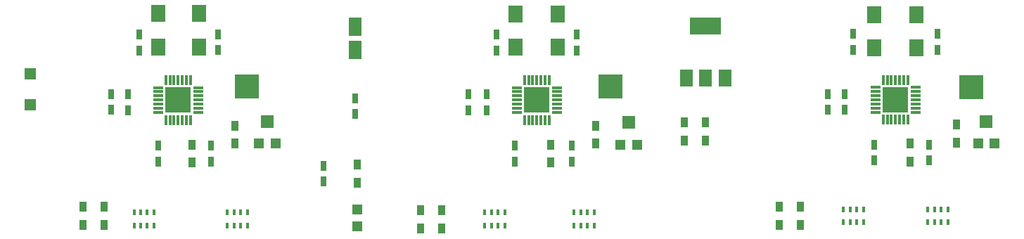
<source format=gtp>
G04 #@! TF.FileFunction,Paste,Top*
%FSLAX46Y46*%
G04 Gerber Fmt 4.6, Leading zero omitted, Abs format (unit mm)*
G04 Created by KiCad (PCBNEW (2015-01-16 BZR 5376)-product) date 2/20/2015 2:24:23 PM*
%MOMM*%
G01*
G04 APERTURE LIST*
%ADD10C,0.100000*%
%ADD11R,1.500000X2.200000*%
%ADD12R,0.750000X1.200000*%
%ADD13R,0.900000X1.200000*%
%ADD14R,1.700000X2.000000*%
%ADD15R,0.400000X0.800000*%
%ADD16R,2.999740X2.999740*%
%ADD17R,3.800000X2.000000*%
%ADD18R,1.500000X2.000000*%
%ADD19R,1.600000X1.500000*%
%ADD20R,1.200000X1.200000*%
%ADD21R,3.150000X3.150000*%
%ADD22R,1.150000X0.300000*%
%ADD23R,0.300000X1.150000*%
%ADD24R,1.470000X1.370000*%
G04 APERTURE END LIST*
D10*
D11*
X122936000Y-61298000D03*
X122936000Y-58498000D03*
D12*
X139954000Y-59451200D03*
X139954000Y-61351200D03*
X192024000Y-74610000D03*
X192024000Y-72710000D03*
X119126000Y-75250000D03*
X119126000Y-77150000D03*
X105537000Y-72837000D03*
X105537000Y-74737000D03*
X148945600Y-72837000D03*
X148945600Y-74737000D03*
X95554800Y-66639400D03*
X95554800Y-68539400D03*
X138734800Y-66639400D03*
X138734800Y-68539400D03*
X181864000Y-66614000D03*
X181864000Y-68514000D03*
X93522800Y-66614000D03*
X93522800Y-68514000D03*
X136525000Y-66639400D03*
X136525000Y-68539400D03*
X179832000Y-66614000D03*
X179832000Y-68514000D03*
X99187000Y-74737000D03*
X99187000Y-72837000D03*
X142163800Y-74737000D03*
X142163800Y-72837000D03*
X185420000Y-74610000D03*
X185420000Y-72710000D03*
D13*
X165100000Y-70020000D03*
X165100000Y-72220000D03*
X123190000Y-77300000D03*
X123190000Y-75100000D03*
X162560000Y-72220000D03*
X162560000Y-70020000D03*
X92710000Y-82380000D03*
X92710000Y-80180000D03*
X90170000Y-82380000D03*
X90170000Y-80180000D03*
X133350000Y-82786400D03*
X133350000Y-80586400D03*
X130810000Y-82786400D03*
X130810000Y-80586400D03*
X176530000Y-82380000D03*
X176530000Y-80180000D03*
X173990000Y-82380000D03*
X173990000Y-80180000D03*
D14*
X104140000Y-56928000D03*
X104140000Y-60928000D03*
X147320000Y-56953400D03*
X147320000Y-60953400D03*
X190500000Y-57055000D03*
X190500000Y-61055000D03*
X99187000Y-56928000D03*
X99187000Y-60928000D03*
X142240000Y-56953400D03*
X142240000Y-60953400D03*
X185420000Y-57055000D03*
X185420000Y-61055000D03*
D13*
X103251000Y-74887000D03*
X103251000Y-72687000D03*
X146456400Y-74887000D03*
X146456400Y-72687000D03*
X189738000Y-74760000D03*
X189738000Y-72560000D03*
X108458000Y-72601000D03*
X108458000Y-70401000D03*
X151892000Y-72601000D03*
X151892000Y-70401000D03*
X195326000Y-72474000D03*
X195326000Y-70274000D03*
D15*
X107537400Y-82486400D03*
X108337400Y-82486400D03*
X109137400Y-82486400D03*
X109937400Y-82486400D03*
X109937400Y-80886400D03*
X109137400Y-80886400D03*
X108337400Y-80886400D03*
X107537400Y-80886400D03*
X149269600Y-82486400D03*
X150069600Y-82486400D03*
X150869600Y-82486400D03*
X151669600Y-82486400D03*
X151669600Y-80886400D03*
X150869600Y-80886400D03*
X150069600Y-80886400D03*
X149269600Y-80886400D03*
X191840000Y-82080000D03*
X192640000Y-82080000D03*
X193440000Y-82080000D03*
X194240000Y-82080000D03*
X194240000Y-80480000D03*
X193440000Y-80480000D03*
X192640000Y-80480000D03*
X191840000Y-80480000D03*
X98685200Y-80886400D03*
X97885200Y-80886400D03*
X97085200Y-80886400D03*
X96285200Y-80886400D03*
X96285200Y-82486400D03*
X97085200Y-82486400D03*
X97885200Y-82486400D03*
X98685200Y-82486400D03*
X140925400Y-80886400D03*
X140125400Y-80886400D03*
X139325400Y-80886400D03*
X138525400Y-80886400D03*
X138525400Y-82486400D03*
X139325400Y-82486400D03*
X140125400Y-82486400D03*
X140925400Y-82486400D03*
X184080000Y-80480000D03*
X183280000Y-80480000D03*
X182480000Y-80480000D03*
X181680000Y-80480000D03*
X181680000Y-82080000D03*
X182480000Y-82080000D03*
X183280000Y-82080000D03*
X184080000Y-82080000D03*
D16*
X109880400Y-65659000D03*
X153619200Y-65709800D03*
X197104000Y-65786000D03*
D17*
X165100000Y-58420000D03*
D18*
X162800000Y-64720000D03*
X165100000Y-64720000D03*
X167400000Y-64720000D03*
D19*
X112318800Y-69924000D03*
D20*
X113318800Y-72574000D03*
X111318800Y-72574000D03*
D19*
X155829000Y-70051000D03*
D20*
X156829000Y-72701000D03*
X154829000Y-72701000D03*
D19*
X198882000Y-69924000D03*
D20*
X199882000Y-72574000D03*
X197882000Y-72574000D03*
X123190000Y-80484000D03*
X123190000Y-82584000D03*
D21*
X187960000Y-67310000D03*
D22*
X185560000Y-65810000D03*
X185560000Y-66310000D03*
X185560000Y-66810000D03*
X185560000Y-67310000D03*
X185560000Y-67810000D03*
X185560000Y-68310000D03*
X185560000Y-68810000D03*
X190360000Y-68810000D03*
X190360000Y-68310000D03*
X190360000Y-67810000D03*
X190360000Y-67310000D03*
X190360000Y-66810000D03*
X190360000Y-66310000D03*
X190360000Y-65810000D03*
D23*
X186460000Y-69710000D03*
X186960000Y-69710000D03*
X187460000Y-69710000D03*
X187960000Y-69710000D03*
X188460000Y-69710000D03*
X188960000Y-69710000D03*
X189460000Y-69710000D03*
X189460000Y-64910000D03*
X188960000Y-64910000D03*
X188460000Y-64910000D03*
X187960000Y-64910000D03*
X187460000Y-64910000D03*
X186960000Y-64910000D03*
X186460000Y-64910000D03*
D21*
X144780000Y-67335400D03*
D22*
X142380000Y-65835400D03*
X142380000Y-66335400D03*
X142380000Y-66835400D03*
X142380000Y-67335400D03*
X142380000Y-67835400D03*
X142380000Y-68335400D03*
X142380000Y-68835400D03*
X147180000Y-68835400D03*
X147180000Y-68335400D03*
X147180000Y-67835400D03*
X147180000Y-67335400D03*
X147180000Y-66835400D03*
X147180000Y-66335400D03*
X147180000Y-65835400D03*
D23*
X143280000Y-69735400D03*
X143780000Y-69735400D03*
X144280000Y-69735400D03*
X144780000Y-69735400D03*
X145280000Y-69735400D03*
X145780000Y-69735400D03*
X146280000Y-69735400D03*
X146280000Y-64935400D03*
X145780000Y-64935400D03*
X145280000Y-64935400D03*
X144780000Y-64935400D03*
X144280000Y-64935400D03*
X143780000Y-64935400D03*
X143280000Y-64935400D03*
D21*
X101600000Y-67335400D03*
D22*
X99200000Y-65835400D03*
X99200000Y-66335400D03*
X99200000Y-66835400D03*
X99200000Y-67335400D03*
X99200000Y-67835400D03*
X99200000Y-68335400D03*
X99200000Y-68835400D03*
X104000000Y-68835400D03*
X104000000Y-68335400D03*
X104000000Y-67835400D03*
X104000000Y-67335400D03*
X104000000Y-66835400D03*
X104000000Y-66335400D03*
X104000000Y-65835400D03*
D23*
X100100000Y-69735400D03*
X100600000Y-69735400D03*
X101100000Y-69735400D03*
X101600000Y-69735400D03*
X102100000Y-69735400D03*
X102600000Y-69735400D03*
X103100000Y-69735400D03*
X103100000Y-64935400D03*
X102600000Y-64935400D03*
X102100000Y-64935400D03*
X101600000Y-64935400D03*
X101100000Y-64935400D03*
X100600000Y-64935400D03*
X100100000Y-64935400D03*
D12*
X106400600Y-59425800D03*
X106400600Y-61325800D03*
X96926400Y-59451200D03*
X96926400Y-61351200D03*
X149606000Y-59451200D03*
X149606000Y-61351200D03*
X182880000Y-59375000D03*
X182880000Y-61275000D03*
X193040000Y-59375000D03*
X193040000Y-61275000D03*
X122936000Y-69022000D03*
X122936000Y-67122000D03*
D24*
X83820000Y-67925000D03*
X83820000Y-64155000D03*
M02*

</source>
